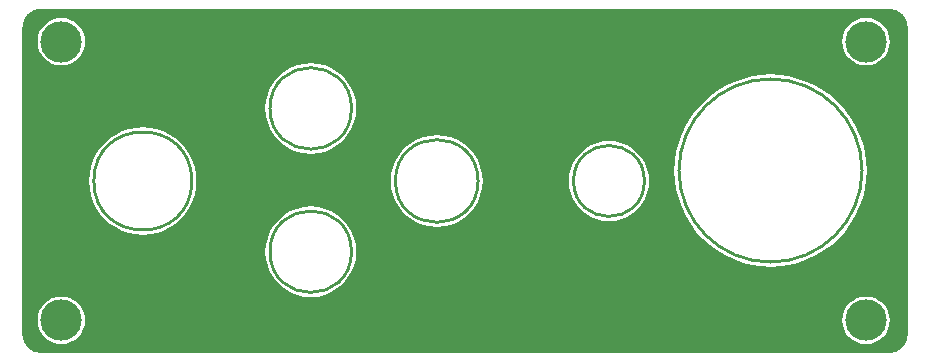
<source format=gtl>
G04*
G04 #@! TF.GenerationSoftware,Altium Limited,Altium Designer,20.0.10 (225)*
G04*
G04 Layer_Physical_Order=1*
G04 Layer_Color=255*
%FSLAX44Y44*%
%MOMM*%
G71*
G01*
G75*
%ADD10C,0.2000*%
%ADD12C,0.2540*%
%ADD13C,3.5000*%
G36*
X14920Y289998D02*
X733100Y289998D01*
X733105Y289985D01*
X734571D01*
X737447Y289413D01*
X740156Y288291D01*
X742594Y286662D01*
X744667Y284589D01*
X746296Y282151D01*
X747418Y279442D01*
X747990Y276566D01*
Y275100D01*
X748000Y275000D01*
Y14900D01*
X747985D01*
Y13434D01*
X747413Y10558D01*
X746291Y7849D01*
X744662Y5411D01*
X742589Y3338D01*
X740151Y1709D01*
X737442Y587D01*
X734566Y15D01*
X733100D01*
Y15D01*
X733083Y-2D01*
X14930D01*
Y0D01*
X13464D01*
X10588Y572D01*
X7879Y1694D01*
X5441Y3323D01*
X3368Y5396D01*
X1739Y7834D01*
X617Y10543D01*
X45Y13419D01*
Y14885D01*
X0Y14890D01*
Y275000D01*
X35Y275195D01*
Y276661D01*
X607Y279537D01*
X1729Y282246D01*
X3358Y284684D01*
X5431Y286757D01*
X7869Y288386D01*
X10578Y289508D01*
X13454Y290080D01*
X14920D01*
Y289998D01*
D02*
G37*
%LPC*%
G36*
X713500Y283137D02*
X709572Y282750D01*
X705794Y281604D01*
X702312Y279743D01*
X699261Y277239D01*
X696757Y274188D01*
X694896Y270706D01*
X693750Y266929D01*
X693363Y263000D01*
X693750Y259072D01*
X694896Y255294D01*
X696757Y251812D01*
X699261Y248761D01*
X702312Y246257D01*
X705794Y244396D01*
X709572Y243250D01*
X713500Y242863D01*
X717429Y243250D01*
X721206Y244396D01*
X724688Y246257D01*
X727739Y248761D01*
X730243Y251812D01*
X732104Y255294D01*
X733250Y259072D01*
X733637Y263000D01*
X733250Y266929D01*
X732104Y270706D01*
X730243Y274188D01*
X727739Y277239D01*
X724688Y279743D01*
X721206Y281604D01*
X717429Y282750D01*
X713500Y283137D01*
D02*
G37*
G36*
X32200D02*
X28272Y282750D01*
X24494Y281604D01*
X21012Y279743D01*
X17961Y277239D01*
X15457Y274188D01*
X13596Y270706D01*
X12450Y266929D01*
X12063Y263000D01*
X12450Y259072D01*
X13596Y255294D01*
X15457Y251812D01*
X17961Y248761D01*
X21012Y246257D01*
X24494Y244396D01*
X28272Y243250D01*
X32200Y242863D01*
X36128Y243250D01*
X39906Y244396D01*
X43387Y246257D01*
X46439Y248761D01*
X48943Y251812D01*
X50804Y255294D01*
X51950Y259072D01*
X52337Y263000D01*
X51950Y266929D01*
X50804Y270706D01*
X48943Y274188D01*
X46439Y277239D01*
X43387Y279743D01*
X39906Y281604D01*
X36128Y282750D01*
X32200Y283137D01*
D02*
G37*
G36*
X243330Y244809D02*
X237318Y244335D01*
X231455Y242928D01*
X225884Y240620D01*
X220742Y237469D01*
X216157Y233553D01*
X212241Y228968D01*
X209090Y223826D01*
X206782Y218255D01*
X205375Y212391D01*
X204902Y206380D01*
X205375Y200368D01*
X206782Y194505D01*
X209090Y188934D01*
X212241Y183792D01*
X216157Y179207D01*
X220742Y175291D01*
X225884Y172140D01*
X231455Y169832D01*
X237318Y168425D01*
X243330Y167952D01*
X249342Y168425D01*
X255205Y169832D01*
X260776Y172140D01*
X265918Y175291D01*
X270503Y179207D01*
X274419Y183792D01*
X277570Y188934D01*
X279878Y194505D01*
X281285Y200368D01*
X281758Y206380D01*
X281285Y212391D01*
X279878Y218255D01*
X277570Y223826D01*
X274419Y228968D01*
X270503Y233553D01*
X265918Y237469D01*
X260776Y240620D01*
X255205Y242928D01*
X249342Y244335D01*
X243330Y244809D01*
D02*
G37*
G36*
X495840Y178860D02*
X490535Y178442D01*
X485360Y177200D01*
X480443Y175163D01*
X475906Y172382D01*
X471859Y168926D01*
X468403Y164879D01*
X465622Y160342D01*
X463585Y155425D01*
X462343Y150250D01*
X461926Y144945D01*
X462343Y139640D01*
X463585Y134465D01*
X465622Y129548D01*
X468403Y125010D01*
X471859Y120964D01*
X475906Y117508D01*
X480443Y114727D01*
X485360Y112690D01*
X490535Y111448D01*
X495840Y111031D01*
X501145Y111448D01*
X506320Y112690D01*
X511237Y114727D01*
X515774Y117508D01*
X519821Y120964D01*
X523277Y125010D01*
X526058Y129548D01*
X528095Y134465D01*
X529337Y139640D01*
X529754Y144945D01*
X529337Y150250D01*
X528095Y155425D01*
X526058Y160342D01*
X523277Y164879D01*
X519821Y168926D01*
X515774Y172382D01*
X511237Y175163D01*
X506320Y177200D01*
X501145Y178442D01*
X495840Y178860D01*
D02*
G37*
G36*
X350000Y183875D02*
X343910Y183396D01*
X337970Y181970D01*
X332326Y179632D01*
X327118Y176440D01*
X322472Y172473D01*
X318505Y167827D01*
X315313Y162619D01*
X312975Y156975D01*
X311549Y151035D01*
X311070Y144945D01*
X311549Y138855D01*
X312975Y132915D01*
X315313Y127271D01*
X318505Y122063D01*
X322472Y117417D01*
X327118Y113450D01*
X332326Y110258D01*
X337970Y107920D01*
X343910Y106494D01*
X350000Y106015D01*
X356090Y106494D01*
X362030Y107920D01*
X367674Y110258D01*
X372882Y113450D01*
X377528Y117417D01*
X381495Y122063D01*
X384687Y127271D01*
X387025Y132915D01*
X388451Y138855D01*
X388930Y144945D01*
X388451Y151035D01*
X387025Y156975D01*
X384687Y162619D01*
X381495Y167827D01*
X377528Y172473D01*
X372882Y176440D01*
X367674Y179632D01*
X362030Y181970D01*
X356090Y183396D01*
X350000Y183875D01*
D02*
G37*
G36*
X101163Y190352D02*
X95236Y189964D01*
X89411Y188805D01*
X83786Y186896D01*
X78459Y184269D01*
X73521Y180969D01*
X69055Y177053D01*
X65139Y172587D01*
X61839Y167649D01*
X59212Y162322D01*
X57303Y156697D01*
X56144Y150872D01*
X55756Y144945D01*
X56144Y139018D01*
X57303Y133193D01*
X59212Y127568D01*
X61839Y122241D01*
X65139Y117303D01*
X69055Y112837D01*
X73521Y108921D01*
X78459Y105621D01*
X83786Y102994D01*
X89411Y101085D01*
X95236Y99926D01*
X101163Y99538D01*
X107090Y99926D01*
X112915Y101085D01*
X118540Y102994D01*
X123867Y105621D01*
X128805Y108921D01*
X133271Y112837D01*
X137187Y117303D01*
X140487Y122241D01*
X143114Y127568D01*
X145023Y133193D01*
X146182Y139018D01*
X146570Y144945D01*
X146182Y150872D01*
X145023Y156697D01*
X143114Y162322D01*
X140487Y167649D01*
X137187Y172587D01*
X133271Y177053D01*
X128805Y180969D01*
X123867Y184269D01*
X118540Y186896D01*
X112915Y188805D01*
X107090Y189964D01*
X101163Y190352D01*
D02*
G37*
G36*
X632610Y235213D02*
X624631Y234821D01*
X616728Y233649D01*
X608979Y231708D01*
X601456Y229016D01*
X594235Y225600D01*
X587382Y221493D01*
X580965Y216734D01*
X575046Y211369D01*
X569681Y205450D01*
X564922Y199033D01*
X560815Y192181D01*
X557399Y184958D01*
X554707Y177437D01*
X552766Y169687D01*
X551594Y161784D01*
X551202Y153805D01*
X551594Y145826D01*
X552766Y137923D01*
X554707Y130174D01*
X557399Y122652D01*
X560815Y115429D01*
X564922Y108577D01*
X569681Y102160D01*
X575046Y96241D01*
X580965Y90876D01*
X587382Y86117D01*
X594235Y82009D01*
X601456Y78594D01*
X608979Y75902D01*
X616728Y73961D01*
X624631Y72789D01*
X632610Y72397D01*
X640589Y72789D01*
X648492Y73961D01*
X656242Y75902D01*
X663764Y78594D01*
X670985Y82009D01*
X677838Y86117D01*
X684255Y90876D01*
X690174Y96241D01*
X695539Y102160D01*
X700298Y108577D01*
X704406Y115429D01*
X707821Y122652D01*
X710513Y130174D01*
X712454Y137923D01*
X713626Y145826D01*
X714018Y153805D01*
X713626Y161784D01*
X712454Y169687D01*
X710513Y177437D01*
X707821Y184958D01*
X704406Y192181D01*
X700298Y199033D01*
X695539Y205450D01*
X690174Y211369D01*
X684255Y216734D01*
X677838Y221493D01*
X670985Y225600D01*
X663764Y229016D01*
X656242Y231708D01*
X648492Y233649D01*
X640589Y234821D01*
X632610Y235213D01*
D02*
G37*
G36*
X243330Y123489D02*
X237318Y123015D01*
X231455Y121608D01*
X225884Y119300D01*
X220742Y116149D01*
X216157Y112233D01*
X212241Y107648D01*
X209090Y102506D01*
X206782Y96935D01*
X205375Y91072D01*
X204902Y85060D01*
X205375Y79049D01*
X206782Y73185D01*
X209090Y67614D01*
X212241Y62472D01*
X216157Y57887D01*
X220742Y53971D01*
X225884Y50820D01*
X231455Y48512D01*
X237318Y47105D01*
X243330Y46631D01*
X249342Y47105D01*
X255205Y48512D01*
X260776Y50820D01*
X265918Y53971D01*
X270503Y57887D01*
X274419Y62472D01*
X277570Y67614D01*
X279878Y73185D01*
X281285Y79049D01*
X281758Y85060D01*
X281285Y91072D01*
X279878Y96935D01*
X277570Y102506D01*
X274419Y107648D01*
X270503Y112233D01*
X265918Y116149D01*
X260776Y119300D01*
X255205Y121608D01*
X249342Y123015D01*
X243330Y123489D01*
D02*
G37*
G36*
X713500Y47137D02*
X709572Y46750D01*
X705794Y45604D01*
X702312Y43743D01*
X699261Y41239D01*
X696757Y38187D01*
X694896Y34706D01*
X693750Y30928D01*
X693363Y27000D01*
X693750Y23071D01*
X694896Y19294D01*
X696757Y15812D01*
X699261Y12761D01*
X702312Y10257D01*
X705794Y8396D01*
X709572Y7250D01*
X713500Y6863D01*
X717429Y7250D01*
X721206Y8396D01*
X724688Y10257D01*
X727739Y12761D01*
X730243Y15812D01*
X732104Y19294D01*
X733250Y23071D01*
X733637Y27000D01*
X733250Y30928D01*
X732104Y34706D01*
X730243Y38187D01*
X727739Y41239D01*
X724688Y43743D01*
X721206Y45604D01*
X717429Y46750D01*
X713500Y47137D01*
D02*
G37*
G36*
X32200D02*
X28272Y46750D01*
X24494Y45604D01*
X21012Y43743D01*
X17961Y41239D01*
X15457Y38187D01*
X13596Y34706D01*
X12450Y30928D01*
X12063Y27000D01*
X12450Y23071D01*
X13596Y19294D01*
X15457Y15812D01*
X17961Y12761D01*
X21012Y10257D01*
X24494Y8396D01*
X28272Y7250D01*
X32200Y6863D01*
X36128Y7250D01*
X39906Y8396D01*
X43387Y10257D01*
X46439Y12761D01*
X48943Y15812D01*
X50804Y19294D01*
X51950Y23071D01*
X52337Y27000D01*
X51950Y30928D01*
X50804Y34706D01*
X48943Y38187D01*
X46439Y41239D01*
X43387Y43743D01*
X39906Y45604D01*
X36128Y46750D01*
X32200Y47137D01*
D02*
G37*
%LPD*%
D10*
X747990Y275100D02*
G03*
X733105Y289985I-14885J0D01*
G01*
X733100Y15D02*
G03*
X747985Y14900I0J14885D01*
G01*
X45Y14885D02*
G03*
X14930Y0I14885J0D01*
G01*
X14920Y290080D02*
G03*
X35Y275195I0J-14885D01*
G01*
X0Y14890D02*
Y275000D01*
X14930Y-2D02*
X733100D01*
X748000Y14900D02*
Y275000D01*
X14920Y289998D02*
X733100Y289998D01*
D12*
X142663Y144945D02*
G03*
X142663Y144945I-41500J0D01*
G01*
X385000D02*
G03*
X385000Y144945I-35000J0D01*
G01*
X525840D02*
G03*
X525840Y144945I-30000J0D01*
G01*
X277830Y85060D02*
G03*
X277830Y85060I-34500J0D01*
G01*
Y206380D02*
G03*
X277830Y206380I-34500J0D01*
G01*
X710110Y153805D02*
G03*
X710110Y153805I-77500J0D01*
G01*
D13*
X713500Y27000D02*
D03*
Y263000D02*
D03*
X32200D02*
D03*
Y27000D02*
D03*
M02*

</source>
